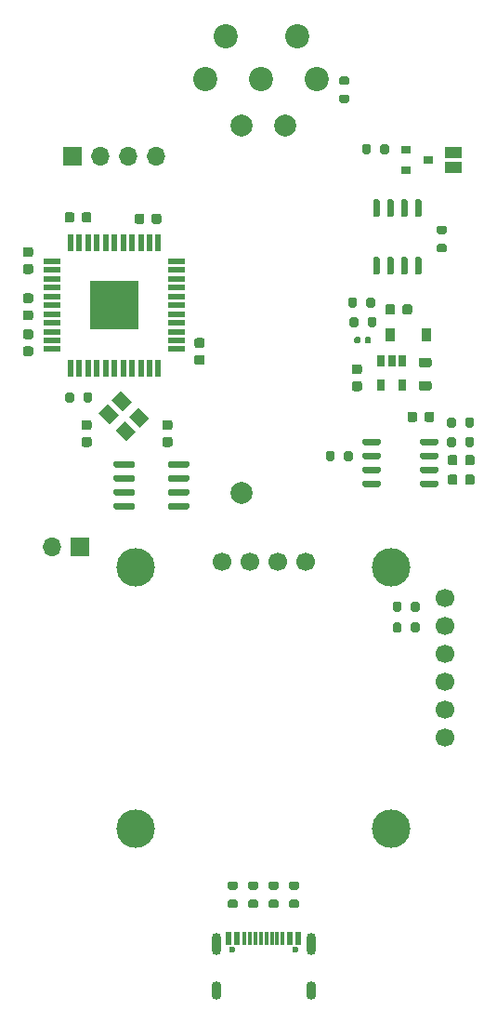
<source format=gbr>
%TF.GenerationSoftware,KiCad,Pcbnew,(5.1.9)-1*%
%TF.CreationDate,2021-03-28T20:47:18-04:00*%
%TF.ProjectId,LongboardRemote,4c6f6e67-626f-4617-9264-52656d6f7465,rev?*%
%TF.SameCoordinates,Original*%
%TF.FileFunction,Soldermask,Top*%
%TF.FilePolarity,Negative*%
%FSLAX46Y46*%
G04 Gerber Fmt 4.6, Leading zero omitted, Abs format (unit mm)*
G04 Created by KiCad (PCBNEW (5.1.9)-1) date 2021-03-28 20:47:18*
%MOMM*%
%LPD*%
G01*
G04 APERTURE LIST*
%ADD10C,1.700000*%
%ADD11C,3.500000*%
%ADD12C,2.000000*%
%ADD13R,0.900000X1.200000*%
%ADD14O,0.900000X2.000000*%
%ADD15O,0.900000X1.700000*%
%ADD16R,0.300000X1.160000*%
%ADD17C,0.600000*%
%ADD18R,0.600000X1.160000*%
%ADD19R,1.700000X1.700000*%
%ADD20O,1.700000X1.700000*%
%ADD21R,1.500000X1.000000*%
%ADD22R,0.900000X0.800000*%
%ADD23C,2.200000*%
%ADD24R,0.650000X1.060000*%
%ADD25C,0.100000*%
%ADD26R,1.500000X0.550000*%
%ADD27R,0.550000X1.500000*%
%ADD28R,4.500000X4.500000*%
G04 APERTURE END LIST*
%TO.C,C1*%
G36*
G01*
X125091000Y-82873000D02*
X124591000Y-82873000D01*
G75*
G02*
X124366000Y-82648000I0J225000D01*
G01*
X124366000Y-82198000D01*
G75*
G02*
X124591000Y-81973000I225000J0D01*
G01*
X125091000Y-81973000D01*
G75*
G02*
X125316000Y-82198000I0J-225000D01*
G01*
X125316000Y-82648000D01*
G75*
G02*
X125091000Y-82873000I-225000J0D01*
G01*
G37*
G36*
G01*
X125091000Y-84423000D02*
X124591000Y-84423000D01*
G75*
G02*
X124366000Y-84198000I0J225000D01*
G01*
X124366000Y-83748000D01*
G75*
G02*
X124591000Y-83523000I225000J0D01*
G01*
X125091000Y-83523000D01*
G75*
G02*
X125316000Y-83748000I0J-225000D01*
G01*
X125316000Y-84198000D01*
G75*
G02*
X125091000Y-84423000I-225000J0D01*
G01*
G37*
%TD*%
D10*
%TO.C,U1*%
X162814000Y-109728000D03*
X162814000Y-112268000D03*
X162814000Y-114808000D03*
X162814000Y-117348000D03*
X162814000Y-119888000D03*
X162814000Y-122428000D03*
%TD*%
D11*
%TO.C,J4*%
X157950000Y-130683000D03*
X134650000Y-130683000D03*
X157950000Y-106883000D03*
X134650000Y-106883000D03*
D10*
X150110000Y-106383000D03*
X147570000Y-106383000D03*
X145030000Y-106383000D03*
X142490000Y-106383000D03*
%TD*%
D12*
%TO.C,RV1*%
X144300000Y-100175000D03*
X144300000Y-66675000D03*
X148300000Y-66675000D03*
%TD*%
%TO.C,C2*%
G36*
G01*
X137291000Y-95054000D02*
X137791000Y-95054000D01*
G75*
G02*
X138016000Y-95279000I0J-225000D01*
G01*
X138016000Y-95729000D01*
G75*
G02*
X137791000Y-95954000I-225000J0D01*
G01*
X137291000Y-95954000D01*
G75*
G02*
X137066000Y-95729000I0J225000D01*
G01*
X137066000Y-95279000D01*
G75*
G02*
X137291000Y-95054000I225000J0D01*
G01*
G37*
G36*
G01*
X137291000Y-93504000D02*
X137791000Y-93504000D01*
G75*
G02*
X138016000Y-93729000I0J-225000D01*
G01*
X138016000Y-94179000D01*
G75*
G02*
X137791000Y-94404000I-225000J0D01*
G01*
X137291000Y-94404000D01*
G75*
G02*
X137066000Y-94179000I0J225000D01*
G01*
X137066000Y-93729000D01*
G75*
G02*
X137291000Y-93504000I225000J0D01*
G01*
G37*
%TD*%
%TO.C,C3*%
G36*
G01*
X130425000Y-95954000D02*
X129925000Y-95954000D01*
G75*
G02*
X129700000Y-95729000I0J225000D01*
G01*
X129700000Y-95279000D01*
G75*
G02*
X129925000Y-95054000I225000J0D01*
G01*
X130425000Y-95054000D01*
G75*
G02*
X130650000Y-95279000I0J-225000D01*
G01*
X130650000Y-95729000D01*
G75*
G02*
X130425000Y-95954000I-225000J0D01*
G01*
G37*
G36*
G01*
X130425000Y-94404000D02*
X129925000Y-94404000D01*
G75*
G02*
X129700000Y-94179000I0J225000D01*
G01*
X129700000Y-93729000D01*
G75*
G02*
X129925000Y-93504000I225000J0D01*
G01*
X130425000Y-93504000D01*
G75*
G02*
X130650000Y-93729000I0J-225000D01*
G01*
X130650000Y-94179000D01*
G75*
G02*
X130425000Y-94404000I-225000J0D01*
G01*
G37*
%TD*%
%TO.C,C4*%
G36*
G01*
X125091000Y-87699000D02*
X124591000Y-87699000D01*
G75*
G02*
X124366000Y-87474000I0J225000D01*
G01*
X124366000Y-87024000D01*
G75*
G02*
X124591000Y-86799000I225000J0D01*
G01*
X125091000Y-86799000D01*
G75*
G02*
X125316000Y-87024000I0J-225000D01*
G01*
X125316000Y-87474000D01*
G75*
G02*
X125091000Y-87699000I-225000J0D01*
G01*
G37*
G36*
G01*
X125091000Y-86149000D02*
X124591000Y-86149000D01*
G75*
G02*
X124366000Y-85924000I0J225000D01*
G01*
X124366000Y-85474000D01*
G75*
G02*
X124591000Y-85249000I225000J0D01*
G01*
X125091000Y-85249000D01*
G75*
G02*
X125316000Y-85474000I0J-225000D01*
G01*
X125316000Y-85924000D01*
G75*
G02*
X125091000Y-86149000I-225000J0D01*
G01*
G37*
%TD*%
%TO.C,C5*%
G36*
G01*
X128175000Y-75307000D02*
X128175000Y-74807000D01*
G75*
G02*
X128400000Y-74582000I225000J0D01*
G01*
X128850000Y-74582000D01*
G75*
G02*
X129075000Y-74807000I0J-225000D01*
G01*
X129075000Y-75307000D01*
G75*
G02*
X128850000Y-75532000I-225000J0D01*
G01*
X128400000Y-75532000D01*
G75*
G02*
X128175000Y-75307000I0J225000D01*
G01*
G37*
G36*
G01*
X129725000Y-75307000D02*
X129725000Y-74807000D01*
G75*
G02*
X129950000Y-74582000I225000J0D01*
G01*
X130400000Y-74582000D01*
G75*
G02*
X130625000Y-74807000I0J-225000D01*
G01*
X130625000Y-75307000D01*
G75*
G02*
X130400000Y-75532000I-225000J0D01*
G01*
X129950000Y-75532000D01*
G75*
G02*
X129725000Y-75307000I0J225000D01*
G01*
G37*
%TD*%
%TO.C,C6*%
G36*
G01*
X154563000Y-89974000D02*
X155063000Y-89974000D01*
G75*
G02*
X155288000Y-90199000I0J-225000D01*
G01*
X155288000Y-90649000D01*
G75*
G02*
X155063000Y-90874000I-225000J0D01*
G01*
X154563000Y-90874000D01*
G75*
G02*
X154338000Y-90649000I0J225000D01*
G01*
X154338000Y-90199000D01*
G75*
G02*
X154563000Y-89974000I225000J0D01*
G01*
G37*
G36*
G01*
X154563000Y-88424000D02*
X155063000Y-88424000D01*
G75*
G02*
X155288000Y-88649000I0J-225000D01*
G01*
X155288000Y-89099000D01*
G75*
G02*
X155063000Y-89324000I-225000J0D01*
G01*
X154563000Y-89324000D01*
G75*
G02*
X154338000Y-89099000I0J225000D01*
G01*
X154338000Y-88649000D01*
G75*
G02*
X154563000Y-88424000I225000J0D01*
G01*
G37*
%TD*%
%TO.C,C7*%
G36*
G01*
X159417000Y-93468000D02*
X159417000Y-92968000D01*
G75*
G02*
X159642000Y-92743000I225000J0D01*
G01*
X160092000Y-92743000D01*
G75*
G02*
X160317000Y-92968000I0J-225000D01*
G01*
X160317000Y-93468000D01*
G75*
G02*
X160092000Y-93693000I-225000J0D01*
G01*
X159642000Y-93693000D01*
G75*
G02*
X159417000Y-93468000I0J225000D01*
G01*
G37*
G36*
G01*
X160967000Y-93468000D02*
X160967000Y-92968000D01*
G75*
G02*
X161192000Y-92743000I225000J0D01*
G01*
X161642000Y-92743000D01*
G75*
G02*
X161867000Y-92968000I0J-225000D01*
G01*
X161867000Y-93468000D01*
G75*
G02*
X161642000Y-93693000I-225000J0D01*
G01*
X161192000Y-93693000D01*
G75*
G02*
X160967000Y-93468000I0J225000D01*
G01*
G37*
%TD*%
%TO.C,C9*%
G36*
G01*
X158298000Y-83189000D02*
X158298000Y-83689000D01*
G75*
G02*
X158073000Y-83914000I-225000J0D01*
G01*
X157623000Y-83914000D01*
G75*
G02*
X157398000Y-83689000I0J225000D01*
G01*
X157398000Y-83189000D01*
G75*
G02*
X157623000Y-82964000I225000J0D01*
G01*
X158073000Y-82964000D01*
G75*
G02*
X158298000Y-83189000I0J-225000D01*
G01*
G37*
G36*
G01*
X159848000Y-83189000D02*
X159848000Y-83689000D01*
G75*
G02*
X159623000Y-83914000I-225000J0D01*
G01*
X159173000Y-83914000D01*
G75*
G02*
X158948000Y-83689000I0J225000D01*
G01*
X158948000Y-83189000D01*
G75*
G02*
X159173000Y-82964000I225000J0D01*
G01*
X159623000Y-82964000D01*
G75*
G02*
X159848000Y-83189000I0J-225000D01*
G01*
G37*
%TD*%
%TO.C,C10*%
G36*
G01*
X134551000Y-75434000D02*
X134551000Y-74934000D01*
G75*
G02*
X134776000Y-74709000I225000J0D01*
G01*
X135226000Y-74709000D01*
G75*
G02*
X135451000Y-74934000I0J-225000D01*
G01*
X135451000Y-75434000D01*
G75*
G02*
X135226000Y-75659000I-225000J0D01*
G01*
X134776000Y-75659000D01*
G75*
G02*
X134551000Y-75434000I0J225000D01*
G01*
G37*
G36*
G01*
X136101000Y-75434000D02*
X136101000Y-74934000D01*
G75*
G02*
X136326000Y-74709000I225000J0D01*
G01*
X136776000Y-74709000D01*
G75*
G02*
X137001000Y-74934000I0J-225000D01*
G01*
X137001000Y-75434000D01*
G75*
G02*
X136776000Y-75659000I-225000J0D01*
G01*
X136326000Y-75659000D01*
G75*
G02*
X136101000Y-75434000I0J225000D01*
G01*
G37*
%TD*%
%TO.C,C11*%
G36*
G01*
X140712000Y-88487000D02*
X140212000Y-88487000D01*
G75*
G02*
X139987000Y-88262000I0J225000D01*
G01*
X139987000Y-87812000D01*
G75*
G02*
X140212000Y-87587000I225000J0D01*
G01*
X140712000Y-87587000D01*
G75*
G02*
X140937000Y-87812000I0J-225000D01*
G01*
X140937000Y-88262000D01*
G75*
G02*
X140712000Y-88487000I-225000J0D01*
G01*
G37*
G36*
G01*
X140712000Y-86937000D02*
X140212000Y-86937000D01*
G75*
G02*
X139987000Y-86712000I0J225000D01*
G01*
X139987000Y-86262000D01*
G75*
G02*
X140212000Y-86037000I225000J0D01*
G01*
X140712000Y-86037000D01*
G75*
G02*
X140937000Y-86262000I0J-225000D01*
G01*
X140937000Y-86712000D01*
G75*
G02*
X140712000Y-86937000I-225000J0D01*
G01*
G37*
%TD*%
%TO.C,C12*%
G36*
G01*
X124591000Y-79306000D02*
X125091000Y-79306000D01*
G75*
G02*
X125316000Y-79531000I0J-225000D01*
G01*
X125316000Y-79981000D01*
G75*
G02*
X125091000Y-80206000I-225000J0D01*
G01*
X124591000Y-80206000D01*
G75*
G02*
X124366000Y-79981000I0J225000D01*
G01*
X124366000Y-79531000D01*
G75*
G02*
X124591000Y-79306000I225000J0D01*
G01*
G37*
G36*
G01*
X124591000Y-77756000D02*
X125091000Y-77756000D01*
G75*
G02*
X125316000Y-77981000I0J-225000D01*
G01*
X125316000Y-78431000D01*
G75*
G02*
X125091000Y-78656000I-225000J0D01*
G01*
X124591000Y-78656000D01*
G75*
G02*
X124366000Y-78431000I0J225000D01*
G01*
X124366000Y-77981000D01*
G75*
G02*
X124591000Y-77756000I225000J0D01*
G01*
G37*
%TD*%
%TO.C,D6*%
G36*
G01*
X164662500Y-97411250D02*
X164662500Y-96898750D01*
G75*
G02*
X164881250Y-96680000I218750J0D01*
G01*
X165318750Y-96680000D01*
G75*
G02*
X165537500Y-96898750I0J-218750D01*
G01*
X165537500Y-97411250D01*
G75*
G02*
X165318750Y-97630000I-218750J0D01*
G01*
X164881250Y-97630000D01*
G75*
G02*
X164662500Y-97411250I0J218750D01*
G01*
G37*
G36*
G01*
X163087500Y-97411250D02*
X163087500Y-96898750D01*
G75*
G02*
X163306250Y-96680000I218750J0D01*
G01*
X163743750Y-96680000D01*
G75*
G02*
X163962500Y-96898750I0J-218750D01*
G01*
X163962500Y-97411250D01*
G75*
G02*
X163743750Y-97630000I-218750J0D01*
G01*
X163306250Y-97630000D01*
G75*
G02*
X163087500Y-97411250I0J218750D01*
G01*
G37*
%TD*%
%TO.C,D7*%
G36*
G01*
X163087500Y-99189250D02*
X163087500Y-98676750D01*
G75*
G02*
X163306250Y-98458000I218750J0D01*
G01*
X163743750Y-98458000D01*
G75*
G02*
X163962500Y-98676750I0J-218750D01*
G01*
X163962500Y-99189250D01*
G75*
G02*
X163743750Y-99408000I-218750J0D01*
G01*
X163306250Y-99408000D01*
G75*
G02*
X163087500Y-99189250I0J218750D01*
G01*
G37*
G36*
G01*
X164662500Y-99189250D02*
X164662500Y-98676750D01*
G75*
G02*
X164881250Y-98458000I218750J0D01*
G01*
X165318750Y-98458000D01*
G75*
G02*
X165537500Y-98676750I0J-218750D01*
G01*
X165537500Y-99189250D01*
G75*
G02*
X165318750Y-99408000I-218750J0D01*
G01*
X164881250Y-99408000D01*
G75*
G02*
X164662500Y-99189250I0J218750D01*
G01*
G37*
%TD*%
D13*
%TO.C,D8*%
X157863000Y-85725000D03*
X161163000Y-85725000D03*
%TD*%
D14*
%TO.C,J1*%
X141982000Y-141245000D03*
X150622000Y-141245000D03*
D15*
X141982000Y-145415000D03*
X150622000Y-145415000D03*
D16*
X145552000Y-140665000D03*
X146052000Y-140665000D03*
X146552000Y-140665000D03*
X144552000Y-140665000D03*
X145052000Y-140665000D03*
X147552000Y-140665000D03*
X147052000Y-140665000D03*
X148052000Y-140665000D03*
D17*
X149192000Y-141725000D03*
X143412000Y-141725000D03*
D18*
X143902000Y-140665000D03*
X143902000Y-140665000D03*
X143102000Y-140665000D03*
X143102000Y-140665000D03*
X148702000Y-140665000D03*
X149502000Y-140665000D03*
X148702000Y-140665000D03*
X149502000Y-140665000D03*
%TD*%
D19*
%TO.C,J2*%
X129540000Y-105029000D03*
D20*
X127000000Y-105029000D03*
%TD*%
%TO.C,J3*%
X136525000Y-69469000D03*
X133985000Y-69469000D03*
X131445000Y-69469000D03*
D19*
X128905000Y-69469000D03*
%TD*%
D21*
%TO.C,JP1*%
X163576000Y-70485000D03*
X163576000Y-69185000D03*
%TD*%
%TO.C,L1*%
G36*
G01*
X161417250Y-90827500D02*
X160654750Y-90827500D01*
G75*
G02*
X160436000Y-90608750I0J218750D01*
G01*
X160436000Y-90171250D01*
G75*
G02*
X160654750Y-89952500I218750J0D01*
G01*
X161417250Y-89952500D01*
G75*
G02*
X161636000Y-90171250I0J-218750D01*
G01*
X161636000Y-90608750D01*
G75*
G02*
X161417250Y-90827500I-218750J0D01*
G01*
G37*
G36*
G01*
X161417250Y-88702500D02*
X160654750Y-88702500D01*
G75*
G02*
X160436000Y-88483750I0J218750D01*
G01*
X160436000Y-88046250D01*
G75*
G02*
X160654750Y-87827500I218750J0D01*
G01*
X161417250Y-87827500D01*
G75*
G02*
X161636000Y-88046250I0J-218750D01*
G01*
X161636000Y-88483750D01*
G75*
G02*
X161417250Y-88702500I-218750J0D01*
G01*
G37*
%TD*%
D22*
%TO.C,Q1*%
X159290000Y-68900000D03*
X159290000Y-70800000D03*
X161290000Y-69850000D03*
%TD*%
%TO.C,R1*%
G36*
G01*
X149373000Y-136290000D02*
X148823000Y-136290000D01*
G75*
G02*
X148623000Y-136090000I0J200000D01*
G01*
X148623000Y-135690000D01*
G75*
G02*
X148823000Y-135490000I200000J0D01*
G01*
X149373000Y-135490000D01*
G75*
G02*
X149573000Y-135690000I0J-200000D01*
G01*
X149573000Y-136090000D01*
G75*
G02*
X149373000Y-136290000I-200000J0D01*
G01*
G37*
G36*
G01*
X149373000Y-137940000D02*
X148823000Y-137940000D01*
G75*
G02*
X148623000Y-137740000I0J200000D01*
G01*
X148623000Y-137340000D01*
G75*
G02*
X148823000Y-137140000I200000J0D01*
G01*
X149373000Y-137140000D01*
G75*
G02*
X149573000Y-137340000I0J-200000D01*
G01*
X149573000Y-137740000D01*
G75*
G02*
X149373000Y-137940000I-200000J0D01*
G01*
G37*
%TD*%
%TO.C,R2*%
G36*
G01*
X143785000Y-137940000D02*
X143235000Y-137940000D01*
G75*
G02*
X143035000Y-137740000I0J200000D01*
G01*
X143035000Y-137340000D01*
G75*
G02*
X143235000Y-137140000I200000J0D01*
G01*
X143785000Y-137140000D01*
G75*
G02*
X143985000Y-137340000I0J-200000D01*
G01*
X143985000Y-137740000D01*
G75*
G02*
X143785000Y-137940000I-200000J0D01*
G01*
G37*
G36*
G01*
X143785000Y-136290000D02*
X143235000Y-136290000D01*
G75*
G02*
X143035000Y-136090000I0J200000D01*
G01*
X143035000Y-135690000D01*
G75*
G02*
X143235000Y-135490000I200000J0D01*
G01*
X143785000Y-135490000D01*
G75*
G02*
X143985000Y-135690000I0J-200000D01*
G01*
X143985000Y-136090000D01*
G75*
G02*
X143785000Y-136290000I-200000J0D01*
G01*
G37*
%TD*%
%TO.C,R3*%
G36*
G01*
X158897000Y-110215000D02*
X158897000Y-110765000D01*
G75*
G02*
X158697000Y-110965000I-200000J0D01*
G01*
X158297000Y-110965000D01*
G75*
G02*
X158097000Y-110765000I0J200000D01*
G01*
X158097000Y-110215000D01*
G75*
G02*
X158297000Y-110015000I200000J0D01*
G01*
X158697000Y-110015000D01*
G75*
G02*
X158897000Y-110215000I0J-200000D01*
G01*
G37*
G36*
G01*
X160547000Y-110215000D02*
X160547000Y-110765000D01*
G75*
G02*
X160347000Y-110965000I-200000J0D01*
G01*
X159947000Y-110965000D01*
G75*
G02*
X159747000Y-110765000I0J200000D01*
G01*
X159747000Y-110215000D01*
G75*
G02*
X159947000Y-110015000I200000J0D01*
G01*
X160347000Y-110015000D01*
G75*
G02*
X160547000Y-110215000I0J-200000D01*
G01*
G37*
%TD*%
%TO.C,R4*%
G36*
G01*
X158097000Y-112670000D02*
X158097000Y-112120000D01*
G75*
G02*
X158297000Y-111920000I200000J0D01*
G01*
X158697000Y-111920000D01*
G75*
G02*
X158897000Y-112120000I0J-200000D01*
G01*
X158897000Y-112670000D01*
G75*
G02*
X158697000Y-112870000I-200000J0D01*
G01*
X158297000Y-112870000D01*
G75*
G02*
X158097000Y-112670000I0J200000D01*
G01*
G37*
G36*
G01*
X159747000Y-112670000D02*
X159747000Y-112120000D01*
G75*
G02*
X159947000Y-111920000I200000J0D01*
G01*
X160347000Y-111920000D01*
G75*
G02*
X160547000Y-112120000I0J-200000D01*
G01*
X160547000Y-112670000D01*
G75*
G02*
X160347000Y-112870000I-200000J0D01*
G01*
X159947000Y-112870000D01*
G75*
G02*
X159747000Y-112670000I0J200000D01*
G01*
G37*
%TD*%
%TO.C,R5*%
G36*
G01*
X147510332Y-136290000D02*
X146960332Y-136290000D01*
G75*
G02*
X146760332Y-136090000I0J200000D01*
G01*
X146760332Y-135690000D01*
G75*
G02*
X146960332Y-135490000I200000J0D01*
G01*
X147510332Y-135490000D01*
G75*
G02*
X147710332Y-135690000I0J-200000D01*
G01*
X147710332Y-136090000D01*
G75*
G02*
X147510332Y-136290000I-200000J0D01*
G01*
G37*
G36*
G01*
X147510332Y-137940000D02*
X146960332Y-137940000D01*
G75*
G02*
X146760332Y-137740000I0J200000D01*
G01*
X146760332Y-137340000D01*
G75*
G02*
X146960332Y-137140000I200000J0D01*
G01*
X147510332Y-137140000D01*
G75*
G02*
X147710332Y-137340000I0J-200000D01*
G01*
X147710332Y-137740000D01*
G75*
G02*
X147510332Y-137940000I-200000J0D01*
G01*
G37*
%TD*%
%TO.C,R6*%
G36*
G01*
X145097666Y-135490000D02*
X145647666Y-135490000D01*
G75*
G02*
X145847666Y-135690000I0J-200000D01*
G01*
X145847666Y-136090000D01*
G75*
G02*
X145647666Y-136290000I-200000J0D01*
G01*
X145097666Y-136290000D01*
G75*
G02*
X144897666Y-136090000I0J200000D01*
G01*
X144897666Y-135690000D01*
G75*
G02*
X145097666Y-135490000I200000J0D01*
G01*
G37*
G36*
G01*
X145097666Y-137140000D02*
X145647666Y-137140000D01*
G75*
G02*
X145847666Y-137340000I0J-200000D01*
G01*
X145847666Y-137740000D01*
G75*
G02*
X145647666Y-137940000I-200000J0D01*
G01*
X145097666Y-137940000D01*
G75*
G02*
X144897666Y-137740000I0J200000D01*
G01*
X144897666Y-137340000D01*
G75*
G02*
X145097666Y-137140000I200000J0D01*
G01*
G37*
%TD*%
%TO.C,R7*%
G36*
G01*
X128252000Y-91715000D02*
X128252000Y-91165000D01*
G75*
G02*
X128452000Y-90965000I200000J0D01*
G01*
X128852000Y-90965000D01*
G75*
G02*
X129052000Y-91165000I0J-200000D01*
G01*
X129052000Y-91715000D01*
G75*
G02*
X128852000Y-91915000I-200000J0D01*
G01*
X128452000Y-91915000D01*
G75*
G02*
X128252000Y-91715000I0J200000D01*
G01*
G37*
G36*
G01*
X129902000Y-91715000D02*
X129902000Y-91165000D01*
G75*
G02*
X130102000Y-90965000I200000J0D01*
G01*
X130502000Y-90965000D01*
G75*
G02*
X130702000Y-91165000I0J-200000D01*
G01*
X130702000Y-91715000D01*
G75*
G02*
X130502000Y-91915000I-200000J0D01*
G01*
X130102000Y-91915000D01*
G75*
G02*
X129902000Y-91715000I0J200000D01*
G01*
G37*
%TD*%
%TO.C,R8*%
G36*
G01*
X153945000Y-63012000D02*
X153395000Y-63012000D01*
G75*
G02*
X153195000Y-62812000I0J200000D01*
G01*
X153195000Y-62412000D01*
G75*
G02*
X153395000Y-62212000I200000J0D01*
G01*
X153945000Y-62212000D01*
G75*
G02*
X154145000Y-62412000I0J-200000D01*
G01*
X154145000Y-62812000D01*
G75*
G02*
X153945000Y-63012000I-200000J0D01*
G01*
G37*
G36*
G01*
X153945000Y-64662000D02*
X153395000Y-64662000D01*
G75*
G02*
X153195000Y-64462000I0J200000D01*
G01*
X153195000Y-64062000D01*
G75*
G02*
X153395000Y-63862000I200000J0D01*
G01*
X153945000Y-63862000D01*
G75*
G02*
X154145000Y-64062000I0J-200000D01*
G01*
X154145000Y-64462000D01*
G75*
G02*
X153945000Y-64662000I-200000J0D01*
G01*
G37*
%TD*%
%TO.C,R9*%
G36*
G01*
X162835000Y-76600000D02*
X162285000Y-76600000D01*
G75*
G02*
X162085000Y-76400000I0J200000D01*
G01*
X162085000Y-76000000D01*
G75*
G02*
X162285000Y-75800000I200000J0D01*
G01*
X162835000Y-75800000D01*
G75*
G02*
X163035000Y-76000000I0J-200000D01*
G01*
X163035000Y-76400000D01*
G75*
G02*
X162835000Y-76600000I-200000J0D01*
G01*
G37*
G36*
G01*
X162835000Y-78250000D02*
X162285000Y-78250000D01*
G75*
G02*
X162085000Y-78050000I0J200000D01*
G01*
X162085000Y-77650000D01*
G75*
G02*
X162285000Y-77450000I200000J0D01*
G01*
X162835000Y-77450000D01*
G75*
G02*
X163035000Y-77650000I0J-200000D01*
G01*
X163035000Y-78050000D01*
G75*
G02*
X162835000Y-78250000I-200000J0D01*
G01*
G37*
%TD*%
%TO.C,R10*%
G36*
G01*
X157753000Y-68559000D02*
X157753000Y-69109000D01*
G75*
G02*
X157553000Y-69309000I-200000J0D01*
G01*
X157153000Y-69309000D01*
G75*
G02*
X156953000Y-69109000I0J200000D01*
G01*
X156953000Y-68559000D01*
G75*
G02*
X157153000Y-68359000I200000J0D01*
G01*
X157553000Y-68359000D01*
G75*
G02*
X157753000Y-68559000I0J-200000D01*
G01*
G37*
G36*
G01*
X156103000Y-68559000D02*
X156103000Y-69109000D01*
G75*
G02*
X155903000Y-69309000I-200000J0D01*
G01*
X155503000Y-69309000D01*
G75*
G02*
X155303000Y-69109000I0J200000D01*
G01*
X155303000Y-68559000D01*
G75*
G02*
X155503000Y-68359000I200000J0D01*
G01*
X155903000Y-68359000D01*
G75*
G02*
X156103000Y-68559000I0J-200000D01*
G01*
G37*
%TD*%
%TO.C,R13*%
G36*
G01*
X163849000Y-93451000D02*
X163849000Y-94001000D01*
G75*
G02*
X163649000Y-94201000I-200000J0D01*
G01*
X163249000Y-94201000D01*
G75*
G02*
X163049000Y-94001000I0J200000D01*
G01*
X163049000Y-93451000D01*
G75*
G02*
X163249000Y-93251000I200000J0D01*
G01*
X163649000Y-93251000D01*
G75*
G02*
X163849000Y-93451000I0J-200000D01*
G01*
G37*
G36*
G01*
X165499000Y-93451000D02*
X165499000Y-94001000D01*
G75*
G02*
X165299000Y-94201000I-200000J0D01*
G01*
X164899000Y-94201000D01*
G75*
G02*
X164699000Y-94001000I0J200000D01*
G01*
X164699000Y-93451000D01*
G75*
G02*
X164899000Y-93251000I200000J0D01*
G01*
X165299000Y-93251000D01*
G75*
G02*
X165499000Y-93451000I0J-200000D01*
G01*
G37*
%TD*%
%TO.C,R14*%
G36*
G01*
X165499000Y-95229000D02*
X165499000Y-95779000D01*
G75*
G02*
X165299000Y-95979000I-200000J0D01*
G01*
X164899000Y-95979000D01*
G75*
G02*
X164699000Y-95779000I0J200000D01*
G01*
X164699000Y-95229000D01*
G75*
G02*
X164899000Y-95029000I200000J0D01*
G01*
X165299000Y-95029000D01*
G75*
G02*
X165499000Y-95229000I0J-200000D01*
G01*
G37*
G36*
G01*
X163849000Y-95229000D02*
X163849000Y-95779000D01*
G75*
G02*
X163649000Y-95979000I-200000J0D01*
G01*
X163249000Y-95979000D01*
G75*
G02*
X163049000Y-95779000I0J200000D01*
G01*
X163049000Y-95229000D01*
G75*
G02*
X163249000Y-95029000I200000J0D01*
G01*
X163649000Y-95029000D01*
G75*
G02*
X163849000Y-95229000I0J-200000D01*
G01*
G37*
%TD*%
%TO.C,R15*%
G36*
G01*
X156609000Y-84307000D02*
X156609000Y-84857000D01*
G75*
G02*
X156409000Y-85057000I-200000J0D01*
G01*
X156009000Y-85057000D01*
G75*
G02*
X155809000Y-84857000I0J200000D01*
G01*
X155809000Y-84307000D01*
G75*
G02*
X156009000Y-84107000I200000J0D01*
G01*
X156409000Y-84107000D01*
G75*
G02*
X156609000Y-84307000I0J-200000D01*
G01*
G37*
G36*
G01*
X154959000Y-84307000D02*
X154959000Y-84857000D01*
G75*
G02*
X154759000Y-85057000I-200000J0D01*
G01*
X154359000Y-85057000D01*
G75*
G02*
X154159000Y-84857000I0J200000D01*
G01*
X154159000Y-84307000D01*
G75*
G02*
X154359000Y-84107000I200000J0D01*
G01*
X154759000Y-84107000D01*
G75*
G02*
X154959000Y-84307000I0J-200000D01*
G01*
G37*
%TD*%
%TO.C,R16*%
G36*
G01*
X154033000Y-83079000D02*
X154033000Y-82529000D01*
G75*
G02*
X154233000Y-82329000I200000J0D01*
G01*
X154633000Y-82329000D01*
G75*
G02*
X154833000Y-82529000I0J-200000D01*
G01*
X154833000Y-83079000D01*
G75*
G02*
X154633000Y-83279000I-200000J0D01*
G01*
X154233000Y-83279000D01*
G75*
G02*
X154033000Y-83079000I0J200000D01*
G01*
G37*
G36*
G01*
X155683000Y-83079000D02*
X155683000Y-82529000D01*
G75*
G02*
X155883000Y-82329000I200000J0D01*
G01*
X156283000Y-82329000D01*
G75*
G02*
X156483000Y-82529000I0J-200000D01*
G01*
X156483000Y-83079000D01*
G75*
G02*
X156283000Y-83279000I-200000J0D01*
G01*
X155883000Y-83279000D01*
G75*
G02*
X155683000Y-83079000I0J200000D01*
G01*
G37*
%TD*%
%TO.C,R17*%
G36*
G01*
X152800000Y-96499000D02*
X152800000Y-97049000D01*
G75*
G02*
X152600000Y-97249000I-200000J0D01*
G01*
X152200000Y-97249000D01*
G75*
G02*
X152000000Y-97049000I0J200000D01*
G01*
X152000000Y-96499000D01*
G75*
G02*
X152200000Y-96299000I200000J0D01*
G01*
X152600000Y-96299000D01*
G75*
G02*
X152800000Y-96499000I0J-200000D01*
G01*
G37*
G36*
G01*
X154450000Y-96499000D02*
X154450000Y-97049000D01*
G75*
G02*
X154250000Y-97249000I-200000J0D01*
G01*
X153850000Y-97249000D01*
G75*
G02*
X153650000Y-97049000I0J200000D01*
G01*
X153650000Y-96499000D01*
G75*
G02*
X153850000Y-96299000I200000J0D01*
G01*
X154250000Y-96299000D01*
G75*
G02*
X154450000Y-96499000I0J-200000D01*
G01*
G37*
%TD*%
D23*
%TO.C,SW1*%
X151182000Y-62447000D03*
X141022000Y-62447000D03*
X146102000Y-62447000D03*
X142852000Y-58547000D03*
X149352000Y-58547000D03*
%TD*%
D24*
%TO.C,U3*%
X158938000Y-88138000D03*
X157988000Y-88138000D03*
X157038000Y-88138000D03*
X157038000Y-90338000D03*
X158938000Y-90338000D03*
%TD*%
%TO.C,U4*%
G36*
G01*
X155342000Y-95654000D02*
X155342000Y-95354000D01*
G75*
G02*
X155492000Y-95204000I150000J0D01*
G01*
X156842000Y-95204000D01*
G75*
G02*
X156992000Y-95354000I0J-150000D01*
G01*
X156992000Y-95654000D01*
G75*
G02*
X156842000Y-95804000I-150000J0D01*
G01*
X155492000Y-95804000D01*
G75*
G02*
X155342000Y-95654000I0J150000D01*
G01*
G37*
G36*
G01*
X155342000Y-96924000D02*
X155342000Y-96624000D01*
G75*
G02*
X155492000Y-96474000I150000J0D01*
G01*
X156842000Y-96474000D01*
G75*
G02*
X156992000Y-96624000I0J-150000D01*
G01*
X156992000Y-96924000D01*
G75*
G02*
X156842000Y-97074000I-150000J0D01*
G01*
X155492000Y-97074000D01*
G75*
G02*
X155342000Y-96924000I0J150000D01*
G01*
G37*
G36*
G01*
X155342000Y-98194000D02*
X155342000Y-97894000D01*
G75*
G02*
X155492000Y-97744000I150000J0D01*
G01*
X156842000Y-97744000D01*
G75*
G02*
X156992000Y-97894000I0J-150000D01*
G01*
X156992000Y-98194000D01*
G75*
G02*
X156842000Y-98344000I-150000J0D01*
G01*
X155492000Y-98344000D01*
G75*
G02*
X155342000Y-98194000I0J150000D01*
G01*
G37*
G36*
G01*
X155342000Y-99464000D02*
X155342000Y-99164000D01*
G75*
G02*
X155492000Y-99014000I150000J0D01*
G01*
X156842000Y-99014000D01*
G75*
G02*
X156992000Y-99164000I0J-150000D01*
G01*
X156992000Y-99464000D01*
G75*
G02*
X156842000Y-99614000I-150000J0D01*
G01*
X155492000Y-99614000D01*
G75*
G02*
X155342000Y-99464000I0J150000D01*
G01*
G37*
G36*
G01*
X160592000Y-99464000D02*
X160592000Y-99164000D01*
G75*
G02*
X160742000Y-99014000I150000J0D01*
G01*
X162092000Y-99014000D01*
G75*
G02*
X162242000Y-99164000I0J-150000D01*
G01*
X162242000Y-99464000D01*
G75*
G02*
X162092000Y-99614000I-150000J0D01*
G01*
X160742000Y-99614000D01*
G75*
G02*
X160592000Y-99464000I0J150000D01*
G01*
G37*
G36*
G01*
X160592000Y-98194000D02*
X160592000Y-97894000D01*
G75*
G02*
X160742000Y-97744000I150000J0D01*
G01*
X162092000Y-97744000D01*
G75*
G02*
X162242000Y-97894000I0J-150000D01*
G01*
X162242000Y-98194000D01*
G75*
G02*
X162092000Y-98344000I-150000J0D01*
G01*
X160742000Y-98344000D01*
G75*
G02*
X160592000Y-98194000I0J150000D01*
G01*
G37*
G36*
G01*
X160592000Y-96924000D02*
X160592000Y-96624000D01*
G75*
G02*
X160742000Y-96474000I150000J0D01*
G01*
X162092000Y-96474000D01*
G75*
G02*
X162242000Y-96624000I0J-150000D01*
G01*
X162242000Y-96924000D01*
G75*
G02*
X162092000Y-97074000I-150000J0D01*
G01*
X160742000Y-97074000D01*
G75*
G02*
X160592000Y-96924000I0J150000D01*
G01*
G37*
G36*
G01*
X160592000Y-95654000D02*
X160592000Y-95354000D01*
G75*
G02*
X160742000Y-95204000I150000J0D01*
G01*
X162092000Y-95204000D01*
G75*
G02*
X162242000Y-95354000I0J-150000D01*
G01*
X162242000Y-95654000D01*
G75*
G02*
X162092000Y-95804000I-150000J0D01*
G01*
X160742000Y-95804000D01*
G75*
G02*
X160592000Y-95654000I0J150000D01*
G01*
G37*
%TD*%
%TO.C,U6*%
G36*
G01*
X160251000Y-78635000D02*
X160551000Y-78635000D01*
G75*
G02*
X160701000Y-78785000I0J-150000D01*
G01*
X160701000Y-80135000D01*
G75*
G02*
X160551000Y-80285000I-150000J0D01*
G01*
X160251000Y-80285000D01*
G75*
G02*
X160101000Y-80135000I0J150000D01*
G01*
X160101000Y-78785000D01*
G75*
G02*
X160251000Y-78635000I150000J0D01*
G01*
G37*
G36*
G01*
X158981000Y-78635000D02*
X159281000Y-78635000D01*
G75*
G02*
X159431000Y-78785000I0J-150000D01*
G01*
X159431000Y-80135000D01*
G75*
G02*
X159281000Y-80285000I-150000J0D01*
G01*
X158981000Y-80285000D01*
G75*
G02*
X158831000Y-80135000I0J150000D01*
G01*
X158831000Y-78785000D01*
G75*
G02*
X158981000Y-78635000I150000J0D01*
G01*
G37*
G36*
G01*
X157711000Y-78635000D02*
X158011000Y-78635000D01*
G75*
G02*
X158161000Y-78785000I0J-150000D01*
G01*
X158161000Y-80135000D01*
G75*
G02*
X158011000Y-80285000I-150000J0D01*
G01*
X157711000Y-80285000D01*
G75*
G02*
X157561000Y-80135000I0J150000D01*
G01*
X157561000Y-78785000D01*
G75*
G02*
X157711000Y-78635000I150000J0D01*
G01*
G37*
G36*
G01*
X156441000Y-78635000D02*
X156741000Y-78635000D01*
G75*
G02*
X156891000Y-78785000I0J-150000D01*
G01*
X156891000Y-80135000D01*
G75*
G02*
X156741000Y-80285000I-150000J0D01*
G01*
X156441000Y-80285000D01*
G75*
G02*
X156291000Y-80135000I0J150000D01*
G01*
X156291000Y-78785000D01*
G75*
G02*
X156441000Y-78635000I150000J0D01*
G01*
G37*
G36*
G01*
X156441000Y-73385000D02*
X156741000Y-73385000D01*
G75*
G02*
X156891000Y-73535000I0J-150000D01*
G01*
X156891000Y-74885000D01*
G75*
G02*
X156741000Y-75035000I-150000J0D01*
G01*
X156441000Y-75035000D01*
G75*
G02*
X156291000Y-74885000I0J150000D01*
G01*
X156291000Y-73535000D01*
G75*
G02*
X156441000Y-73385000I150000J0D01*
G01*
G37*
G36*
G01*
X157711000Y-73385000D02*
X158011000Y-73385000D01*
G75*
G02*
X158161000Y-73535000I0J-150000D01*
G01*
X158161000Y-74885000D01*
G75*
G02*
X158011000Y-75035000I-150000J0D01*
G01*
X157711000Y-75035000D01*
G75*
G02*
X157561000Y-74885000I0J150000D01*
G01*
X157561000Y-73535000D01*
G75*
G02*
X157711000Y-73385000I150000J0D01*
G01*
G37*
G36*
G01*
X158981000Y-73385000D02*
X159281000Y-73385000D01*
G75*
G02*
X159431000Y-73535000I0J-150000D01*
G01*
X159431000Y-74885000D01*
G75*
G02*
X159281000Y-75035000I-150000J0D01*
G01*
X158981000Y-75035000D01*
G75*
G02*
X158831000Y-74885000I0J150000D01*
G01*
X158831000Y-73535000D01*
G75*
G02*
X158981000Y-73385000I150000J0D01*
G01*
G37*
G36*
G01*
X160251000Y-73385000D02*
X160551000Y-73385000D01*
G75*
G02*
X160701000Y-73535000I0J-150000D01*
G01*
X160701000Y-74885000D01*
G75*
G02*
X160551000Y-75035000I-150000J0D01*
G01*
X160251000Y-75035000D01*
G75*
G02*
X160101000Y-74885000I0J150000D01*
G01*
X160101000Y-73535000D01*
G75*
G02*
X160251000Y-73385000I150000J0D01*
G01*
G37*
%TD*%
D25*
%TO.C,Y1*%
G36*
X135863097Y-93381488D02*
G01*
X135014569Y-94230016D01*
X134024619Y-93240066D01*
X134873147Y-92391538D01*
X135863097Y-93381488D01*
G37*
G36*
X134307462Y-91825853D02*
G01*
X133458934Y-92674381D01*
X132468984Y-91684431D01*
X133317512Y-90835903D01*
X134307462Y-91825853D01*
G37*
G36*
X133105381Y-93027934D02*
G01*
X132256853Y-93876462D01*
X131266903Y-92886512D01*
X132115431Y-92037984D01*
X133105381Y-93027934D01*
G37*
G36*
X134661016Y-94583569D02*
G01*
X133812488Y-95432097D01*
X132822538Y-94442147D01*
X133671066Y-93593619D01*
X134661016Y-94583569D01*
G37*
%TD*%
%TO.C,U5*%
G36*
G01*
X132629000Y-97686000D02*
X132629000Y-97386000D01*
G75*
G02*
X132779000Y-97236000I150000J0D01*
G01*
X134429000Y-97236000D01*
G75*
G02*
X134579000Y-97386000I0J-150000D01*
G01*
X134579000Y-97686000D01*
G75*
G02*
X134429000Y-97836000I-150000J0D01*
G01*
X132779000Y-97836000D01*
G75*
G02*
X132629000Y-97686000I0J150000D01*
G01*
G37*
G36*
G01*
X132629000Y-98956000D02*
X132629000Y-98656000D01*
G75*
G02*
X132779000Y-98506000I150000J0D01*
G01*
X134429000Y-98506000D01*
G75*
G02*
X134579000Y-98656000I0J-150000D01*
G01*
X134579000Y-98956000D01*
G75*
G02*
X134429000Y-99106000I-150000J0D01*
G01*
X132779000Y-99106000D01*
G75*
G02*
X132629000Y-98956000I0J150000D01*
G01*
G37*
G36*
G01*
X132629000Y-100226000D02*
X132629000Y-99926000D01*
G75*
G02*
X132779000Y-99776000I150000J0D01*
G01*
X134429000Y-99776000D01*
G75*
G02*
X134579000Y-99926000I0J-150000D01*
G01*
X134579000Y-100226000D01*
G75*
G02*
X134429000Y-100376000I-150000J0D01*
G01*
X132779000Y-100376000D01*
G75*
G02*
X132629000Y-100226000I0J150000D01*
G01*
G37*
G36*
G01*
X132629000Y-101496000D02*
X132629000Y-101196000D01*
G75*
G02*
X132779000Y-101046000I150000J0D01*
G01*
X134429000Y-101046000D01*
G75*
G02*
X134579000Y-101196000I0J-150000D01*
G01*
X134579000Y-101496000D01*
G75*
G02*
X134429000Y-101646000I-150000J0D01*
G01*
X132779000Y-101646000D01*
G75*
G02*
X132629000Y-101496000I0J150000D01*
G01*
G37*
G36*
G01*
X137579000Y-101496000D02*
X137579000Y-101196000D01*
G75*
G02*
X137729000Y-101046000I150000J0D01*
G01*
X139379000Y-101046000D01*
G75*
G02*
X139529000Y-101196000I0J-150000D01*
G01*
X139529000Y-101496000D01*
G75*
G02*
X139379000Y-101646000I-150000J0D01*
G01*
X137729000Y-101646000D01*
G75*
G02*
X137579000Y-101496000I0J150000D01*
G01*
G37*
G36*
G01*
X137579000Y-100226000D02*
X137579000Y-99926000D01*
G75*
G02*
X137729000Y-99776000I150000J0D01*
G01*
X139379000Y-99776000D01*
G75*
G02*
X139529000Y-99926000I0J-150000D01*
G01*
X139529000Y-100226000D01*
G75*
G02*
X139379000Y-100376000I-150000J0D01*
G01*
X137729000Y-100376000D01*
G75*
G02*
X137579000Y-100226000I0J150000D01*
G01*
G37*
G36*
G01*
X137579000Y-98956000D02*
X137579000Y-98656000D01*
G75*
G02*
X137729000Y-98506000I150000J0D01*
G01*
X139379000Y-98506000D01*
G75*
G02*
X139529000Y-98656000I0J-150000D01*
G01*
X139529000Y-98956000D01*
G75*
G02*
X139379000Y-99106000I-150000J0D01*
G01*
X137729000Y-99106000D01*
G75*
G02*
X137579000Y-98956000I0J150000D01*
G01*
G37*
G36*
G01*
X137579000Y-97686000D02*
X137579000Y-97386000D01*
G75*
G02*
X137729000Y-97236000I150000J0D01*
G01*
X139379000Y-97236000D01*
G75*
G02*
X139529000Y-97386000I0J-150000D01*
G01*
X139529000Y-97686000D01*
G75*
G02*
X139379000Y-97836000I-150000J0D01*
G01*
X137729000Y-97836000D01*
G75*
G02*
X137579000Y-97686000I0J150000D01*
G01*
G37*
%TD*%
D26*
%TO.C,U2*%
X127015000Y-79058000D03*
X127015000Y-79858000D03*
X127015000Y-80658000D03*
X127015000Y-81458000D03*
X127015000Y-82258000D03*
X127015000Y-83058000D03*
X127015000Y-83858000D03*
X127015000Y-84658000D03*
X127015000Y-85458000D03*
X127015000Y-86258000D03*
X127015000Y-87058000D03*
D27*
X128715000Y-88758000D03*
X129515000Y-88758000D03*
X130315000Y-88758000D03*
X131115000Y-88758000D03*
X131915000Y-88758000D03*
X132715000Y-88758000D03*
X133515000Y-88758000D03*
X134315000Y-88758000D03*
X135115000Y-88758000D03*
X135915000Y-88758000D03*
X136715000Y-88758000D03*
D26*
X138415000Y-87058000D03*
X138415000Y-86258000D03*
X138415000Y-85458000D03*
X138415000Y-84658000D03*
X138415000Y-83858000D03*
X138415000Y-83058000D03*
X138415000Y-82258000D03*
X138415000Y-81458000D03*
X138415000Y-80658000D03*
X138415000Y-79858000D03*
X138415000Y-79058000D03*
D27*
X136715000Y-77358000D03*
X135915000Y-77358000D03*
X135115000Y-77358000D03*
X134315000Y-77358000D03*
X133515000Y-77358000D03*
X132715000Y-77358000D03*
X131915000Y-77358000D03*
X131115000Y-77358000D03*
X130315000Y-77358000D03*
X129515000Y-77358000D03*
X128715000Y-77358000D03*
D28*
X132715000Y-83058000D03*
%TD*%
%TO.C,C8*%
G36*
G01*
X154574000Y-86403000D02*
X154574000Y-86063000D01*
G75*
G02*
X154714000Y-85923000I140000J0D01*
G01*
X154994000Y-85923000D01*
G75*
G02*
X155134000Y-86063000I0J-140000D01*
G01*
X155134000Y-86403000D01*
G75*
G02*
X154994000Y-86543000I-140000J0D01*
G01*
X154714000Y-86543000D01*
G75*
G02*
X154574000Y-86403000I0J140000D01*
G01*
G37*
G36*
G01*
X155534000Y-86403000D02*
X155534000Y-86063000D01*
G75*
G02*
X155674000Y-85923000I140000J0D01*
G01*
X155954000Y-85923000D01*
G75*
G02*
X156094000Y-86063000I0J-140000D01*
G01*
X156094000Y-86403000D01*
G75*
G02*
X155954000Y-86543000I-140000J0D01*
G01*
X155674000Y-86543000D01*
G75*
G02*
X155534000Y-86403000I0J140000D01*
G01*
G37*
%TD*%
M02*

</source>
